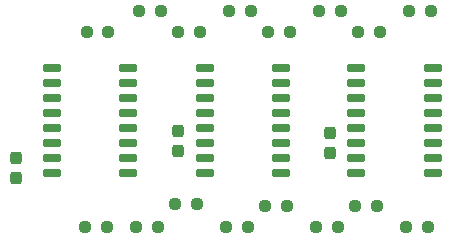
<source format=gbr>
%TF.GenerationSoftware,KiCad,Pcbnew,(6.0.9)*%
%TF.CreationDate,2023-03-11T18:38:12+09:00*%
%TF.ProjectId,Pmod_Matrix2,506d6f64-5f4d-4617-9472-6978322e6b69,rev?*%
%TF.SameCoordinates,Original*%
%TF.FileFunction,Paste,Top*%
%TF.FilePolarity,Positive*%
%FSLAX46Y46*%
G04 Gerber Fmt 4.6, Leading zero omitted, Abs format (unit mm)*
G04 Created by KiCad (PCBNEW (6.0.9)) date 2023-03-11 18:38:12*
%MOMM*%
%LPD*%
G01*
G04 APERTURE LIST*
G04 Aperture macros list*
%AMRoundRect*
0 Rectangle with rounded corners*
0 $1 Rounding radius*
0 $2 $3 $4 $5 $6 $7 $8 $9 X,Y pos of 4 corners*
0 Add a 4 corners polygon primitive as box body*
4,1,4,$2,$3,$4,$5,$6,$7,$8,$9,$2,$3,0*
0 Add four circle primitives for the rounded corners*
1,1,$1+$1,$2,$3*
1,1,$1+$1,$4,$5*
1,1,$1+$1,$6,$7*
1,1,$1+$1,$8,$9*
0 Add four rect primitives between the rounded corners*
20,1,$1+$1,$2,$3,$4,$5,0*
20,1,$1+$1,$4,$5,$6,$7,0*
20,1,$1+$1,$6,$7,$8,$9,0*
20,1,$1+$1,$8,$9,$2,$3,0*%
G04 Aperture macros list end*
%ADD10RoundRect,0.150000X0.650000X0.150000X-0.650000X0.150000X-0.650000X-0.150000X0.650000X-0.150000X0*%
%ADD11RoundRect,0.237500X-0.250000X-0.237500X0.250000X-0.237500X0.250000X0.237500X-0.250000X0.237500X0*%
%ADD12RoundRect,0.237500X0.250000X0.237500X-0.250000X0.237500X-0.250000X-0.237500X0.250000X-0.237500X0*%
%ADD13RoundRect,0.237500X-0.237500X0.300000X-0.237500X-0.300000X0.237500X-0.300000X0.237500X0.300000X0*%
G04 APERTURE END LIST*
D10*
%TO.C,U1*%
X120090000Y-104267000D03*
X120090000Y-102997000D03*
X120090000Y-101727000D03*
X120090000Y-100457000D03*
X120090000Y-99187000D03*
X120090000Y-97917000D03*
X120090000Y-96647000D03*
X120090000Y-95377000D03*
X113590000Y-95377000D03*
X113590000Y-96647000D03*
X113590000Y-97917000D03*
X113590000Y-99187000D03*
X113590000Y-100457000D03*
X113590000Y-101727000D03*
X113590000Y-102997000D03*
X113590000Y-104267000D03*
%TD*%
%TO.C,U3*%
X139371000Y-104267000D03*
X139371000Y-102997000D03*
X139371000Y-101727000D03*
X139371000Y-100457000D03*
X139371000Y-99187000D03*
X139371000Y-97917000D03*
X139371000Y-96647000D03*
X139371000Y-95377000D03*
X145871000Y-95377000D03*
X145871000Y-96647000D03*
X145871000Y-97917000D03*
X145871000Y-99187000D03*
X145871000Y-100457000D03*
X145871000Y-101727000D03*
X145871000Y-102997000D03*
X145871000Y-104267000D03*
%TD*%
%TO.C,U2*%
X133044000Y-104267000D03*
X133044000Y-102997000D03*
X133044000Y-101727000D03*
X133044000Y-100457000D03*
X133044000Y-99187000D03*
X133044000Y-97917000D03*
X133044000Y-96647000D03*
X133044000Y-95377000D03*
X126544000Y-95377000D03*
X126544000Y-96647000D03*
X126544000Y-97917000D03*
X126544000Y-99187000D03*
X126544000Y-100457000D03*
X126544000Y-101727000D03*
X126544000Y-102997000D03*
X126544000Y-104267000D03*
%TD*%
D11*
%TO.C,R16*%
X143867500Y-90551000D03*
X145692500Y-90551000D03*
%TD*%
D12*
%TO.C,R15*%
X141374500Y-92329000D03*
X139549500Y-92329000D03*
%TD*%
D11*
%TO.C,R14*%
X136247500Y-90551000D03*
X138072500Y-90551000D03*
%TD*%
D12*
%TO.C,R13*%
X133754500Y-92329000D03*
X131929500Y-92329000D03*
%TD*%
D11*
%TO.C,R12*%
X128627500Y-90551000D03*
X130452500Y-90551000D03*
%TD*%
D12*
%TO.C,R11*%
X126134500Y-92329000D03*
X124309500Y-92329000D03*
%TD*%
D11*
%TO.C,R10*%
X121007500Y-90551000D03*
X122832500Y-90551000D03*
%TD*%
D12*
%TO.C,R9*%
X118387500Y-92329000D03*
X116562500Y-92329000D03*
%TD*%
%TO.C,R8*%
X145438500Y-108839000D03*
X143613500Y-108839000D03*
%TD*%
D11*
%TO.C,R7*%
X139295500Y-107061000D03*
X141120500Y-107061000D03*
%TD*%
D12*
%TO.C,R6*%
X137818500Y-108839000D03*
X135993500Y-108839000D03*
%TD*%
D11*
%TO.C,R5*%
X131675500Y-107061000D03*
X133500500Y-107061000D03*
%TD*%
D12*
%TO.C,R4*%
X130198500Y-108839000D03*
X128373500Y-108839000D03*
%TD*%
D11*
%TO.C,R3*%
X124055500Y-106934000D03*
X125880500Y-106934000D03*
%TD*%
D12*
%TO.C,R2*%
X122578500Y-108839000D03*
X120753500Y-108839000D03*
%TD*%
D11*
%TO.C,R1*%
X116459000Y-108839000D03*
X118284000Y-108839000D03*
%TD*%
D13*
%TO.C,C3*%
X137160000Y-100864500D03*
X137160000Y-102589500D03*
%TD*%
%TO.C,C2*%
X124333000Y-100737500D03*
X124333000Y-102462500D03*
%TD*%
%TO.C,C1*%
X110617000Y-103023500D03*
X110617000Y-104748500D03*
%TD*%
M02*

</source>
